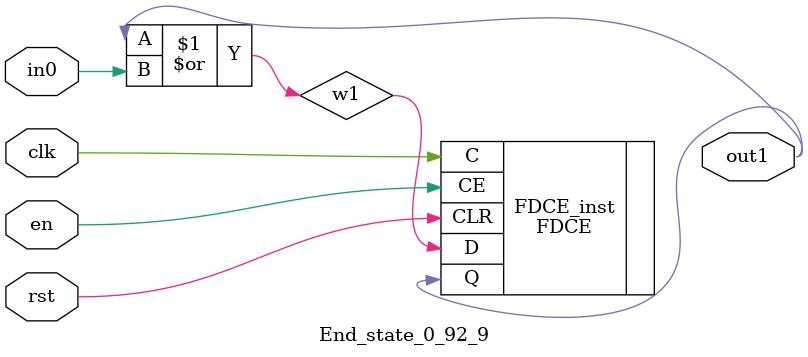
<source format=v>
module engine_0_92(out,clk,sod,en, in_0, in_1, in_3, in_17, in_21, in_26, in_98, in_105);
//pcre: /^expn\s+\*@/smi
//block char: ^[9], \x20[8], N[0], e[0], p[0], x[0], \x2A[8], \x40[8], 

	input clk,sod,en;

	input in_0, in_1, in_3, in_17, in_21, in_26, in_98, in_105;
	output out;

	assign w0 = 1'b1;
	state_0_92_1 BlockState_0_92_1 (w1,in_0,clk,en,sod,w0);
	state_0_92_2 BlockState_0_92_2 (w2,in_17,clk,en,sod,w1);
	state_0_92_3 BlockState_0_92_3 (w3,in_26,clk,en,sod,w2);
	state_0_92_4 BlockState_0_92_4 (w4,in_21,clk,en,sod,w3);
	state_0_92_5 BlockState_0_92_5 (w5,in_3,clk,en,sod,w4);
	state_0_92_6 BlockState_0_92_6 (w6,in_1,clk,en,sod,w6,w5);
	state_0_92_7 BlockState_0_92_7 (w7,in_98,clk,en,sod,w6);
	state_0_92_8 BlockState_0_92_8 (w8,in_105,clk,en,sod,w7);
	End_state_0_92_9 BlockState_0_92_9 (out,clk,en,sod,w8);
endmodule

module state_0_92_1(out1,in_char,clk,en,rst,in0);
	input in_char,clk,en,rst,in0;
	output out1;
	wire w1,w2;
	assign w1 = in0; 
	and(w2,in_char,w1);
	FDCE #(.INIT(1'b0)) FDCE_inst (
		.Q(out1),
		.C(clk),
		.CE(en),
		.CLR(rst),
		.D(w2)
);
endmodule

module state_0_92_2(out1,in_char,clk,en,rst,in0);
	input in_char,clk,en,rst,in0;
	output out1;
	wire w1,w2;
	assign w1 = in0; 
	and(w2,in_char,w1);
	FDCE #(.INIT(1'b0)) FDCE_inst (
		.Q(out1),
		.C(clk),
		.CE(en),
		.CLR(rst),
		.D(w2)
);
endmodule

module state_0_92_3(out1,in_char,clk,en,rst,in0);
	input in_char,clk,en,rst,in0;
	output out1;
	wire w1,w2;
	assign w1 = in0; 
	and(w2,in_char,w1);
	FDCE #(.INIT(1'b0)) FDCE_inst (
		.Q(out1),
		.C(clk),
		.CE(en),
		.CLR(rst),
		.D(w2)
);
endmodule

module state_0_92_4(out1,in_char,clk,en,rst,in0);
	input in_char,clk,en,rst,in0;
	output out1;
	wire w1,w2;
	assign w1 = in0; 
	and(w2,in_char,w1);
	FDCE #(.INIT(1'b0)) FDCE_inst (
		.Q(out1),
		.C(clk),
		.CE(en),
		.CLR(rst),
		.D(w2)
);
endmodule

module state_0_92_5(out1,in_char,clk,en,rst,in0);
	input in_char,clk,en,rst,in0;
	output out1;
	wire w1,w2;
	assign w1 = in0; 
	and(w2,in_char,w1);
	FDCE #(.INIT(1'b0)) FDCE_inst (
		.Q(out1),
		.C(clk),
		.CE(en),
		.CLR(rst),
		.D(w2)
);
endmodule

module state_0_92_6(out1,in_char,clk,en,rst,in0,in1);
	input in_char,clk,en,rst,in0,in1;
	output out1;
	wire w1,w2;
	or(w1,in0,in1);
	and(w2,in_char,w1);
	FDCE #(.INIT(1'b0)) FDCE_inst (
		.Q(out1),
		.C(clk),
		.CE(en),
		.CLR(rst),
		.D(w2)
);
endmodule

module state_0_92_7(out1,in_char,clk,en,rst,in0);
	input in_char,clk,en,rst,in0;
	output out1;
	wire w1,w2;
	assign w1 = in0; 
	and(w2,in_char,w1);
	FDCE #(.INIT(1'b0)) FDCE_inst (
		.Q(out1),
		.C(clk),
		.CE(en),
		.CLR(rst),
		.D(w2)
);
endmodule

module state_0_92_8(out1,in_char,clk,en,rst,in0);
	input in_char,clk,en,rst,in0;
	output out1;
	wire w1,w2;
	assign w1 = in0; 
	and(w2,in_char,w1);
	FDCE #(.INIT(1'b0)) FDCE_inst (
		.Q(out1),
		.C(clk),
		.CE(en),
		.CLR(rst),
		.D(w2)
);
endmodule

module End_state_0_92_9(out1,clk,en,rst,in0);
	input clk,rst,en,in0;
	output out1;
	wire w1;
	or(w1,out1,in0);
	FDCE #(.INIT(1'b0)) FDCE_inst (
		.Q(out1),
		.C(clk),
		.CE(en),
		.CLR(rst),
		.D(w1)
);
endmodule


</source>
